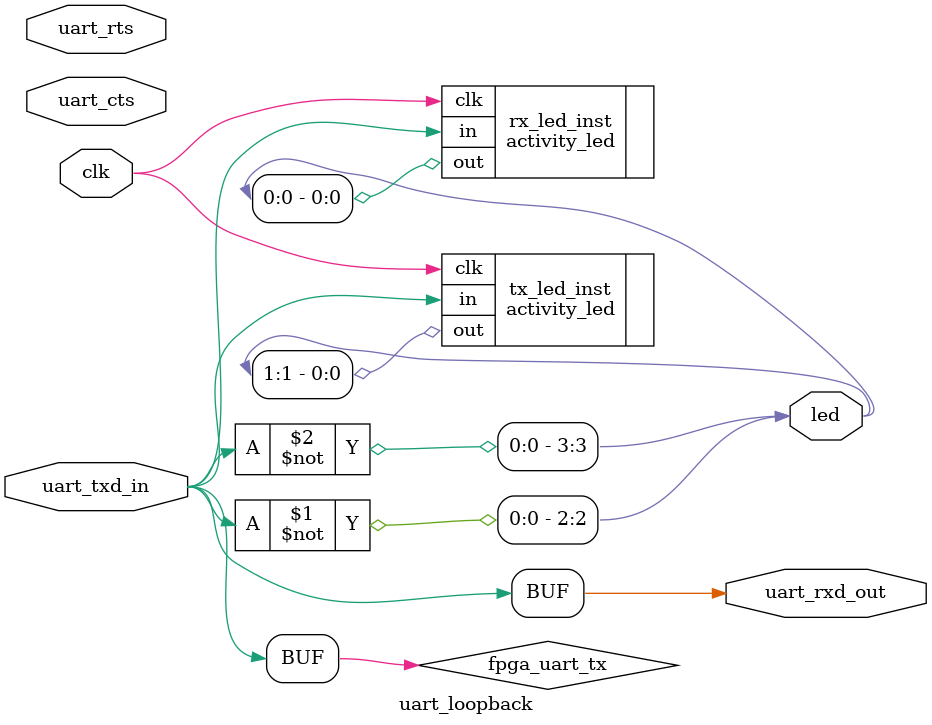
<source format=v>
module uart_loopback
    (
        input  wire clk,
        input  wire uart_cts,
        input  wire uart_rts,
        input  wire uart_txd_in,  // FPGA <- FTDI
        output wire uart_rxd_out, // FPGA -> FTDI
        output wire [3:0] led
    );

    // intermediate nets
    wire fpga_uart_tx = uart_txd_in; // loopback for now

    activity_led rx_led_inst (.clk(clk), .in(uart_txd_in),  .out(led[0]));
    activity_led tx_led_inst (.clk(clk), .in(fpga_uart_tx), .out(led[1]));

    assign uart_rxd_out = fpga_uart_tx;
    // inverted because UART idles high
    assign led[2] = ~uart_txd_in;
    assign led[3] = ~fpga_uart_tx;
endmodule

</source>
